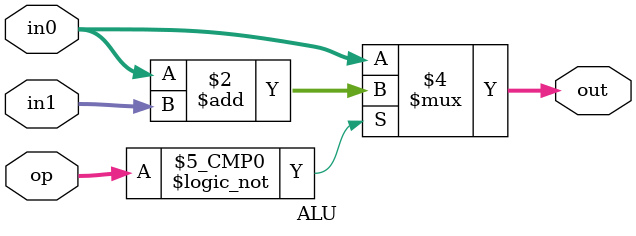
<source format=sv>
`timescale 1ns / 1ps

module ALU #( parameter N = 8)(

    input [N - 1:0] in0 ,
    input [N - 1:0] in1 ,
    input [3:0] op,
    output reg [N -1:0] out
    ) ;
    
    parameter ADD = 0;
    parameter SUB = 1;
    parameter AND = 2;
    parameter OR = 3;
    parameter XOR  =4;
    
    always @ *
    begin
        case (op)
            ADD : out = in0 + in1 ;
            default : out = in0 ;
        endcase
    end
endmodule

</source>
